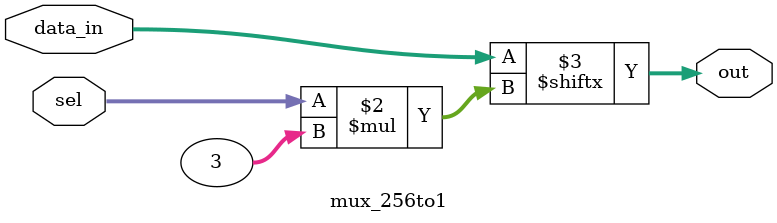
<source format=v>

module mux_256to1 #(parameter DATA_WIDTH = 3) (
    input [DATA_WIDTH*256-1:0] data_in,
    input [8:0] sel,
    output reg [DATA_WIDTH-1:0] out
);

always @(*) begin
    out <= data_in[(sel+1)*DATA_WIDTH-1 : sel*DATA_WIDTH];
end

endmodule
</source>
